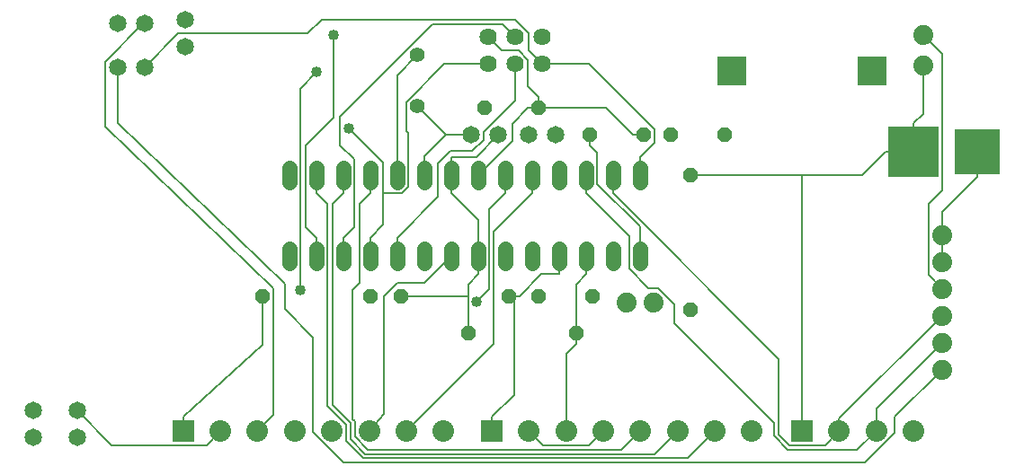
<source format=gbl>
G75*
G70*
%OFA0B0*%
%FSLAX24Y24*%
%IPPOS*%
%LPD*%
%AMOC8*
5,1,8,0,0,1.08239X$1,22.5*
%
%ADD10C,0.0560*%
%ADD11C,0.0740*%
%ADD12C,0.0560*%
%ADD13C,0.0650*%
%ADD14OC8,0.0560*%
%ADD15R,0.1095X0.1095*%
%ADD16R,0.0800X0.0800*%
%ADD17C,0.0800*%
%ADD18C,0.0640*%
%ADD19R,0.1660X0.1660*%
%ADD20R,0.1857X0.1857*%
%ADD21C,0.0080*%
%ADD22C,0.0400*%
D10*
X013101Y007821D02*
X013101Y008381D01*
X014101Y008381D02*
X014101Y007821D01*
X015101Y007821D02*
X015101Y008381D01*
X016101Y008381D02*
X016101Y007821D01*
X017101Y007821D02*
X017101Y008381D01*
X018101Y008381D02*
X018101Y007821D01*
X019101Y007821D02*
X019101Y008381D01*
X020101Y008381D02*
X020101Y007821D01*
X021101Y007821D02*
X021101Y008381D01*
X022101Y008381D02*
X022101Y007821D01*
X023101Y007821D02*
X023101Y008381D01*
X024101Y008381D02*
X024101Y007821D01*
X025101Y007821D02*
X025101Y008381D01*
X026101Y008381D02*
X026101Y007821D01*
X026101Y010821D02*
X026101Y011381D01*
X025101Y011381D02*
X025101Y010821D01*
X024101Y010821D02*
X024101Y011381D01*
X023101Y011381D02*
X023101Y010821D01*
X022101Y010821D02*
X022101Y011381D01*
X021101Y011381D02*
X021101Y010821D01*
X020101Y010821D02*
X020101Y011381D01*
X019101Y011381D02*
X019101Y010821D01*
X018101Y010821D02*
X018101Y011381D01*
X017101Y011381D02*
X017101Y010821D01*
X016101Y010821D02*
X016101Y011381D01*
X015101Y011381D02*
X015101Y010821D01*
X014101Y010821D02*
X014101Y011381D01*
X013101Y011381D02*
X013101Y010821D01*
D11*
X025601Y006351D03*
X026601Y006351D03*
X037304Y005881D03*
X037304Y006881D03*
X037304Y007881D03*
X037304Y008881D03*
X037304Y004881D03*
X037304Y003881D03*
X036601Y015156D03*
X036601Y016296D03*
D12*
X017851Y015551D03*
X017851Y013651D03*
D13*
X003601Y001351D03*
X005226Y001351D03*
X005226Y002351D03*
X003601Y002351D03*
X019851Y012601D03*
X020851Y012601D03*
X021976Y012601D03*
X022976Y012601D03*
X009226Y015851D03*
X007726Y015101D03*
X006726Y015101D03*
X006726Y016726D03*
X007726Y016726D03*
X009226Y016851D03*
D14*
X020351Y013601D03*
X022351Y013601D03*
X024226Y012601D03*
X026226Y012601D03*
X027226Y012601D03*
X029226Y012601D03*
X027976Y011101D03*
X024351Y006601D03*
X022351Y006601D03*
X021226Y006601D03*
X019726Y005226D03*
X017226Y006601D03*
X016101Y006601D03*
X012101Y006601D03*
X023726Y005226D03*
X027976Y006101D03*
D15*
X029501Y014976D03*
X034701Y014976D03*
D16*
X032101Y001601D03*
X020601Y001601D03*
X009166Y001601D03*
D17*
X010544Y001601D03*
X011921Y001601D03*
X013299Y001601D03*
X014677Y001601D03*
X016055Y001601D03*
X017433Y001601D03*
X018811Y001601D03*
X021979Y001601D03*
X023357Y001601D03*
X024735Y001601D03*
X026113Y001601D03*
X027491Y001601D03*
X028869Y001601D03*
X030246Y001601D03*
X033479Y001601D03*
X034857Y001601D03*
X036235Y001601D03*
D18*
X022476Y015226D03*
X021476Y015226D03*
X020476Y015226D03*
X020476Y016226D03*
X021476Y016226D03*
X022476Y016226D03*
D19*
X038614Y011976D03*
D20*
X036251Y011976D03*
D21*
X036251Y013024D01*
X036601Y013374D01*
X036601Y015156D01*
X037300Y015597D02*
X037300Y010535D01*
X036794Y010029D01*
X036794Y007391D01*
X037304Y006881D01*
X037304Y005881D02*
X033479Y002056D01*
X033479Y001601D01*
X032959Y001081D01*
X031635Y001081D01*
X031250Y001466D01*
X031250Y004271D01*
X025101Y010421D01*
X025101Y011101D01*
X024509Y010774D02*
X024509Y011918D01*
X024226Y012201D01*
X024226Y012601D01*
X024826Y013601D02*
X025826Y012601D01*
X026226Y012601D01*
X026631Y012791D02*
X024196Y015226D01*
X022476Y015226D01*
X021976Y015726D01*
X021976Y016351D01*
X021456Y016871D01*
X014299Y016871D01*
X013779Y016351D01*
X008976Y016351D01*
X007726Y015101D01*
X006726Y015101D02*
X006726Y013027D01*
X012926Y007076D01*
X012926Y006129D01*
X013988Y005067D01*
X013988Y001551D01*
X015114Y000425D01*
X034424Y000425D01*
X035546Y001547D01*
X035546Y002123D01*
X037304Y003881D01*
X037304Y004881D02*
X034857Y002434D01*
X034857Y001601D01*
X034153Y000897D01*
X031587Y000897D01*
X031064Y001421D01*
X031064Y001888D01*
X027364Y005587D01*
X027364Y006304D01*
X026769Y006899D01*
X026418Y006899D01*
X025701Y007616D01*
X025701Y008821D01*
X024101Y010421D01*
X024101Y011101D01*
X024509Y010774D02*
X026101Y009182D01*
X026101Y008101D01*
X024101Y008101D02*
X024101Y007421D01*
X023726Y007046D01*
X023726Y005226D01*
X023726Y004826D01*
X023357Y004457D01*
X023357Y001601D01*
X024201Y001068D02*
X022512Y001068D01*
X021979Y001601D01*
X020601Y001601D02*
X020601Y002121D01*
X021426Y002946D01*
X021426Y006601D01*
X021226Y006601D01*
X021426Y006601D02*
X021626Y006601D01*
X022446Y007421D01*
X023101Y007421D01*
X023101Y008101D01*
X022101Y010421D02*
X020677Y008997D01*
X020677Y004845D01*
X017433Y001601D01*
X016601Y002226D02*
X016601Y006601D01*
X017101Y007101D01*
X018101Y007101D01*
X019101Y008101D01*
X020101Y008101D02*
X020101Y009421D01*
X019101Y010421D01*
X019101Y011101D01*
X019101Y011781D01*
X020031Y011781D01*
X020851Y012601D01*
X020296Y012685D02*
X020296Y012409D01*
X019879Y011992D01*
X019077Y011992D01*
X018621Y011536D01*
X018621Y010301D01*
X017101Y008781D01*
X017101Y008101D01*
X016101Y008101D02*
X016101Y008781D01*
X016575Y009255D01*
X016575Y010421D01*
X017270Y010421D01*
X017509Y010660D01*
X017509Y012663D01*
X017430Y012742D01*
X017430Y013811D01*
X018845Y015226D01*
X020476Y015226D01*
X021476Y015226D02*
X021476Y013865D01*
X020296Y012685D01*
X019851Y012601D02*
X018901Y012601D01*
X018101Y011801D01*
X018101Y011101D01*
X017101Y011101D02*
X017101Y014801D01*
X017851Y015551D01*
X018417Y016684D02*
X014988Y013254D01*
X014988Y012198D01*
X015501Y011685D01*
X015501Y009181D01*
X015101Y008781D01*
X015101Y008101D01*
X014101Y008101D02*
X014101Y008781D01*
X013701Y009181D01*
X013701Y012194D01*
X014750Y013243D01*
X014750Y016306D01*
X014105Y014915D02*
X013501Y014311D01*
X013501Y006850D01*
X013496Y006845D01*
X012510Y006897D02*
X012510Y002189D01*
X011921Y001601D01*
X010544Y001601D02*
X010023Y001081D01*
X006496Y001081D01*
X005226Y002351D01*
X009166Y002121D02*
X009166Y001601D01*
X009166Y002121D02*
X012101Y004806D01*
X012101Y006601D01*
X012510Y006897D02*
X006268Y012889D01*
X006268Y015308D01*
X007686Y016726D01*
X007726Y016726D01*
X015308Y012821D02*
X016575Y011555D01*
X016575Y010421D01*
X016101Y010421D02*
X015701Y010021D01*
X015701Y007088D01*
X015441Y006827D01*
X015441Y002047D01*
X015531Y001956D01*
X015531Y001389D01*
X016012Y000908D01*
X025419Y000908D01*
X026113Y001601D01*
X024735Y001601D02*
X024201Y001068D01*
X026637Y000747D02*
X027491Y001601D01*
X027855Y000587D02*
X028869Y001601D01*
X026637Y000747D02*
X015918Y000747D01*
X015371Y001294D01*
X015371Y001890D01*
X014701Y002560D01*
X014701Y010021D01*
X015101Y010421D01*
X015101Y011101D01*
X016101Y011101D02*
X016101Y010421D01*
X014501Y010021D02*
X014101Y010421D01*
X014101Y011101D01*
X014501Y010021D02*
X014501Y002534D01*
X015211Y001824D01*
X015211Y001228D01*
X015851Y000587D01*
X027855Y000587D01*
X032101Y001601D02*
X032101Y011101D01*
X027976Y011101D01*
X026631Y012311D02*
X026101Y011781D01*
X026101Y011101D01*
X026631Y012311D02*
X026631Y012791D01*
X024826Y013601D02*
X022351Y013601D01*
X022351Y014001D01*
X021951Y014401D01*
X021951Y015379D01*
X021604Y015726D01*
X020976Y015726D01*
X020476Y016226D01*
X021018Y016684D02*
X021476Y016226D01*
X021018Y016684D02*
X018417Y016684D01*
X017851Y013651D02*
X018901Y012601D01*
X020101Y011101D02*
X021357Y012357D01*
X021357Y013007D01*
X021951Y013601D01*
X022351Y013601D01*
X022101Y011101D02*
X022101Y010421D01*
X021101Y010421D02*
X021101Y011101D01*
X021101Y010421D02*
X020517Y009837D01*
X020517Y006871D01*
X020049Y006404D01*
X019726Y006601D02*
X017626Y006601D01*
X017226Y006601D01*
X019726Y006601D02*
X019726Y007046D01*
X020101Y007421D01*
X020101Y008101D01*
X019726Y006601D02*
X019726Y005226D01*
X016601Y002226D02*
X016055Y001601D01*
X037304Y007881D02*
X037304Y008881D01*
X037304Y009716D01*
X038614Y011026D01*
X038614Y011976D01*
X036251Y011976D02*
X035203Y011976D01*
X034328Y011101D01*
X032101Y011101D01*
X036601Y016296D02*
X037300Y015597D01*
D22*
X020049Y006404D03*
X013496Y006845D03*
X015308Y012821D03*
X014105Y014915D03*
X014750Y016306D03*
M02*

</source>
